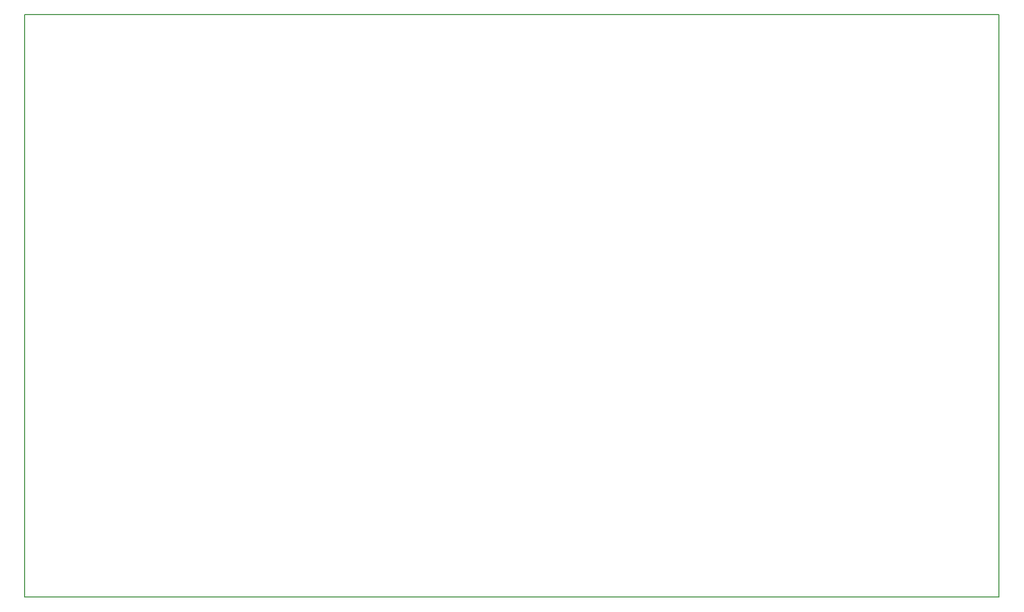
<source format=gm1>
G04 #@! TF.FileFunction,Profile,NP*
%FSLAX46Y46*%
G04 Gerber Fmt 4.6, Leading zero omitted, Abs format (unit mm)*
G04 Created by KiCad (PCBNEW 4.0.7) date 01/29/18 08:59:29*
%MOMM*%
%LPD*%
G01*
G04 APERTURE LIST*
%ADD10C,0.100000*%
%ADD11C,0.150000*%
G04 APERTURE END LIST*
D10*
D11*
X50038000Y-51841400D02*
X50038000Y-150114000D01*
X50038000Y-150114000D02*
X214350600Y-150114000D01*
X214350600Y-51841400D02*
X214376000Y-150114000D01*
X50038000Y-51841400D02*
X214350600Y-51841400D01*
M02*

</source>
